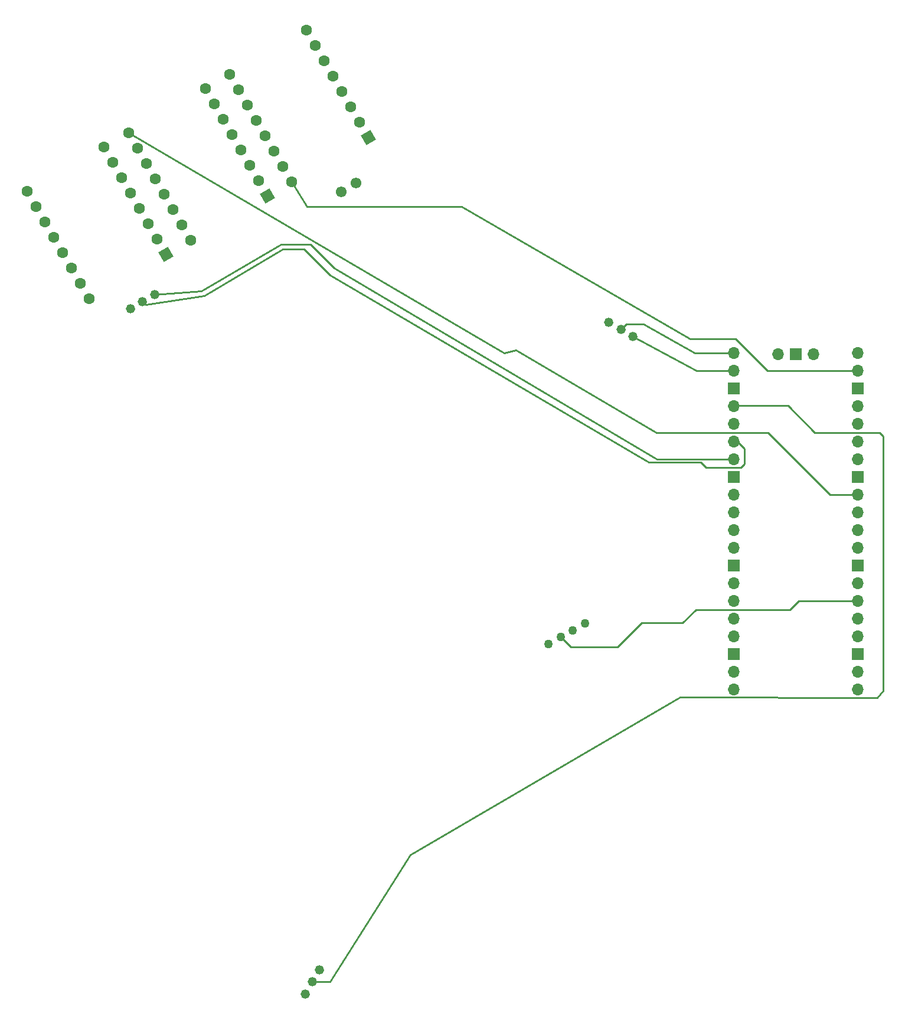
<source format=gbr>
%TF.GenerationSoftware,KiCad,Pcbnew,7.0.11-7.0.11~ubuntu22.04.1*%
%TF.CreationDate,2024-08-15T15:16:49+02:00*%
%TF.ProjectId,MotorDriver-Elec,4d6f746f-7244-4726-9976-65722d456c65,rev?*%
%TF.SameCoordinates,Original*%
%TF.FileFunction,Copper,L2,Bot*%
%TF.FilePolarity,Positive*%
%FSLAX46Y46*%
G04 Gerber Fmt 4.6, Leading zero omitted, Abs format (unit mm)*
G04 Created by KiCad (PCBNEW 7.0.11-7.0.11~ubuntu22.04.1) date 2024-08-15 15:16:49*
%MOMM*%
%LPD*%
G01*
G04 APERTURE LIST*
G04 Aperture macros list*
%AMHorizOval*
0 Thick line with rounded ends*
0 $1 width*
0 $2 $3 position (X,Y) of the first rounded end (center of the circle)*
0 $4 $5 position (X,Y) of the second rounded end (center of the circle)*
0 Add line between two ends*
20,1,$1,$2,$3,$4,$5,0*
0 Add two circle primitives to create the rounded ends*
1,1,$1,$2,$3*
1,1,$1,$4,$5*%
%AMRotRect*
0 Rectangle, with rotation*
0 The origin of the aperture is its center*
0 $1 length*
0 $2 width*
0 $3 Rotation angle, in degrees counterclockwise*
0 Add horizontal line*
21,1,$1,$2,0,0,$3*%
G04 Aperture macros list end*
%TA.AperFunction,ComponentPad*%
%ADD10O,1.700000X1.700000*%
%TD*%
%TA.AperFunction,ComponentPad*%
%ADD11R,1.700000X1.700000*%
%TD*%
%TA.AperFunction,ComponentPad*%
%ADD12C,1.270000*%
%TD*%
%TA.AperFunction,ComponentPad*%
%ADD13C,1.320800*%
%TD*%
%TA.AperFunction,ComponentPad*%
%ADD14HorizOval,1.600000X0.000000X0.000000X0.000000X0.000000X0*%
%TD*%
%TA.AperFunction,ComponentPad*%
%ADD15RotRect,1.600000X1.600000X210.000000*%
%TD*%
%TA.AperFunction,ComponentPad*%
%ADD16C,1.549400*%
%TD*%
%TA.AperFunction,Conductor*%
%ADD17C,0.250000*%
%TD*%
G04 APERTURE END LIST*
D10*
%TO.P,U1,43,SWDIO*%
%TO.N,unconnected-(U1-SWDIO-Pad43)*%
X134560000Y-71835000D03*
D11*
%TO.P,U1,42,GND*%
%TO.N,unconnected-(U1-GND-Pad42)*%
X137100000Y-71835000D03*
D10*
%TO.P,U1,41,SWCLK*%
%TO.N,unconnected-(U1-SWCLK-Pad41)*%
X139640000Y-71835000D03*
%TO.P,U1,40,VBUS*%
%TO.N,unconnected-(U1-VBUS-Pad40)*%
X128210000Y-119865000D03*
%TO.P,U1,39,VSYS*%
%TO.N,unconnected-(U1-VSYS-Pad39)*%
X128210000Y-117325000D03*
D11*
%TO.P,U1,38,GND*%
%TO.N,GND*%
X128210000Y-114785000D03*
D10*
%TO.P,U1,37,3V3_EN*%
%TO.N,unconnected-(U1-3V3_EN-Pad37)*%
X128210000Y-112245000D03*
%TO.P,U1,36,3V3*%
%TO.N,3.3V*%
X128210000Y-109705000D03*
%TO.P,U1,35,ADC_VREF*%
%TO.N,unconnected-(U1-ADC_VREF-Pad35)*%
X128210000Y-107165000D03*
%TO.P,U1,34,GPIO28_ADC2*%
%TO.N,unconnected-(U1-GPIO28_ADC2-Pad34)*%
X128210000Y-104625000D03*
D11*
%TO.P,U1,33,AGND*%
%TO.N,unconnected-(U1-AGND-Pad33)*%
X128210000Y-102085000D03*
D10*
%TO.P,U1,32,GPIO27_ADC1*%
%TO.N,unconnected-(U1-GPIO27_ADC1-Pad32)*%
X128210000Y-99545000D03*
%TO.P,U1,31,GPIO26_ADC0*%
%TO.N,unconnected-(U1-GPIO26_ADC0-Pad31)*%
X128210000Y-97005000D03*
%TO.P,U1,30,RUN*%
%TO.N,unconnected-(U1-RUN-Pad30)*%
X128210000Y-94465000D03*
%TO.P,U1,29,GPIO22*%
%TO.N,unconnected-(U1-GPIO22-Pad29)*%
X128210000Y-91925000D03*
D11*
%TO.P,U1,28,GND*%
%TO.N,unconnected-(U1-GND-Pad28)*%
X128210000Y-89385000D03*
D10*
%TO.P,U1,27,GPIO21*%
%TO.N,Int12*%
X128210000Y-86845000D03*
%TO.P,U1,26,GPIO20*%
%TO.N,Int11*%
X128210000Y-84305000D03*
%TO.P,U1,25,GPIO19*%
%TO.N,Int22*%
X128210000Y-81765000D03*
%TO.P,U1,24,GPIO18*%
%TO.N,Int21*%
X128210000Y-79225000D03*
D11*
%TO.P,U1,23,GND*%
%TO.N,unconnected-(U1-GND-Pad23)*%
X128210000Y-76685000D03*
D10*
%TO.P,U1,22,GPIO17*%
%TO.N,Int32*%
X128210000Y-74145000D03*
%TO.P,U1,21,GPIO16*%
%TO.N,Int31*%
X128210000Y-71605000D03*
%TO.P,U1,20,GPIO15*%
%TO.N,unconnected-(U1-GPIO15-Pad20)*%
X145990000Y-71605000D03*
%TO.P,U1,19,GPIO14*%
%TO.N,DIR3*%
X145990000Y-74145000D03*
D11*
%TO.P,U1,18,GND*%
%TO.N,unconnected-(U1-GND-Pad18)*%
X145990000Y-76685000D03*
D10*
%TO.P,U1,17,GPIO13*%
%TO.N,STEP3*%
X145990000Y-79225000D03*
%TO.P,U1,16,GPIO12*%
%TO.N,En3*%
X145990000Y-81765000D03*
%TO.P,U1,15,GPIO11*%
%TO.N,DIR2*%
X145990000Y-84305000D03*
%TO.P,U1,14,GPIO10*%
%TO.N,STEP2*%
X145990000Y-86845000D03*
D11*
%TO.P,U1,13,GND*%
%TO.N,unconnected-(U1-GND-Pad13)*%
X145990000Y-89385000D03*
D10*
%TO.P,U1,12,GPIO9*%
%TO.N,En2*%
X145990000Y-91925000D03*
%TO.P,U1,11,GPIO8*%
%TO.N,DIR1*%
X145990000Y-94465000D03*
%TO.P,U1,10,GPIO7*%
%TO.N,STEP1*%
X145990000Y-97005000D03*
%TO.P,U1,9,GPIO6*%
%TO.N,En1*%
X145990000Y-99545000D03*
D11*
%TO.P,U1,8,GND*%
%TO.N,unconnected-(U1-GND-Pad8)*%
X145990000Y-102085000D03*
D10*
%TO.P,U1,7,GPIO5*%
%TO.N,SCL*%
X145990000Y-104625000D03*
%TO.P,U1,6,GPIO4*%
%TO.N,SDA*%
X145990000Y-107165000D03*
%TO.P,U1,5,GPIO3*%
%TO.N,unconnected-(U1-GPIO3-Pad5)*%
X145990000Y-109705000D03*
%TO.P,U1,4,GPIO2*%
%TO.N,unconnected-(U1-GPIO2-Pad4)*%
X145990000Y-112245000D03*
D11*
%TO.P,U1,3,GND*%
%TO.N,unconnected-(U1-GND-Pad3)*%
X145990000Y-114785000D03*
D10*
%TO.P,U1,2,GPIO1*%
%TO.N,unconnected-(U1-GPIO1-Pad2)*%
X145990000Y-117325000D03*
%TO.P,U1,1,GPIO0*%
%TO.N,unconnected-(U1-GPIO0-Pad1)*%
X145990000Y-119865000D03*
%TD*%
D12*
%TO.P,PAA5160E1,4,4*%
%TO.N,GND*%
X106852026Y-110396869D03*
%TO.P,PAA5160E1,3,3*%
%TO.N,3.3V*%
X105119977Y-111396868D03*
%TO.P,PAA5160E1,2,2*%
%TO.N,SDA*%
X103387925Y-112396868D03*
%TO.P,PAA5160E1,1,1*%
%TO.N,SCL*%
X101655875Y-113396868D03*
%TD*%
D13*
%TO.P,Limit_switch_3,3,3*%
%TO.N,Int32*%
X113782051Y-69238064D03*
%TO.P,Limit_switch_3,2,2*%
%TO.N,Int31*%
X112050001Y-68238064D03*
%TO.P,Limit_switch_3,1,1*%
%TO.N,GND*%
X110317949Y-67238064D03*
%TD*%
D14*
%TO.P,MKS_MotorDriver_2,16,DIR*%
%TO.N,DIR2*%
X50310000Y-55462932D03*
%TO.P,MKS_MotorDriver_2,15,STEP*%
%TO.N,STEP2*%
X49040000Y-53263227D03*
%TO.P,MKS_MotorDriver_2,14,~{SLEEP}*%
%TO.N,unconnected-(A2-~{SLEEP}-Pad14)*%
X47770000Y-51063523D03*
%TO.P,MKS_MotorDriver_2,13,~{RESET}*%
%TO.N,unconnected-(A2-~{RESET}-Pad13)*%
X46500000Y-48863818D03*
%TO.P,MKS_MotorDriver_2,12,MS3*%
%TO.N,unconnected-(A2-MS3-Pad12)*%
X45230000Y-46664114D03*
%TO.P,MKS_MotorDriver_2,11,MS2*%
%TO.N,unconnected-(A2-MS2-Pad11)*%
X43960000Y-44464409D03*
%TO.P,MKS_MotorDriver_2,10,MS1*%
%TO.N,unconnected-(A2-MS1-Pad10)*%
X42690000Y-42264705D03*
%TO.P,MKS_MotorDriver_2,9,~{ENABLE}*%
%TO.N,En2*%
X41420000Y-40065000D03*
%TO.P,MKS_MotorDriver_2,8,VMOT*%
%TO.N,Vmot*%
X52418523Y-33715000D03*
%TO.P,MKS_MotorDriver_2,7,GND*%
%TO.N,GND*%
X53688523Y-35914705D03*
%TO.P,MKS_MotorDriver_2,6,2B*%
%TO.N,unconnected-(A2-2B-Pad6)*%
X54958523Y-38114409D03*
%TO.P,MKS_MotorDriver_2,5,2A*%
%TO.N,unconnected-(A2-2A-Pad5)*%
X56228523Y-40314114D03*
%TO.P,MKS_MotorDriver_2,4,1A*%
%TO.N,unconnected-(A2-1A-Pad4)*%
X57498523Y-42513818D03*
%TO.P,MKS_MotorDriver_2,3,1B*%
%TO.N,unconnected-(A2-1B-Pad3)*%
X58768523Y-44713523D03*
%TO.P,MKS_MotorDriver_2,2,VDD*%
%TO.N,unconnected-(A2-VDD-Pad2)*%
X60038523Y-46913227D03*
D15*
%TO.P,MKS_MotorDriver_2,1,GND*%
%TO.N,unconnected-(A2-GND-Pad1)*%
X61308523Y-49112932D03*
%TD*%
D14*
%TO.P,MKS_MotorDriver_1,16,DIR*%
%TO.N,DIR1*%
X35766477Y-63857932D03*
%TO.P,MKS_MotorDriver_1,15,STEP*%
%TO.N,STEP1*%
X34496477Y-61658227D03*
%TO.P,MKS_MotorDriver_1,14,~{SLEEP}*%
%TO.N,unconnected-(A1-~{SLEEP}-Pad14)*%
X33226477Y-59458523D03*
%TO.P,MKS_MotorDriver_1,13,~{RESET}*%
%TO.N,unconnected-(A1-~{RESET}-Pad13)*%
X31956477Y-57258818D03*
%TO.P,MKS_MotorDriver_1,12,MS3*%
%TO.N,unconnected-(A1-MS3-Pad12)*%
X30686477Y-55059114D03*
%TO.P,MKS_MotorDriver_1,11,MS2*%
%TO.N,unconnected-(A1-MS2-Pad11)*%
X29416477Y-52859409D03*
%TO.P,MKS_MotorDriver_1,10,MS1*%
%TO.N,unconnected-(A1-MS1-Pad10)*%
X28146477Y-50659705D03*
%TO.P,MKS_MotorDriver_1,9,~{ENABLE}*%
%TO.N,En1*%
X26876477Y-48460000D03*
%TO.P,MKS_MotorDriver_1,8,VMOT*%
%TO.N,Vmot*%
X37875000Y-42110000D03*
%TO.P,MKS_MotorDriver_1,7,GND*%
%TO.N,GND*%
X39145000Y-44309705D03*
%TO.P,MKS_MotorDriver_1,6,2B*%
%TO.N,unconnected-(A1-2B-Pad6)*%
X40415000Y-46509409D03*
%TO.P,MKS_MotorDriver_1,5,2A*%
%TO.N,unconnected-(A1-2A-Pad5)*%
X41685000Y-48709114D03*
%TO.P,MKS_MotorDriver_1,4,1A*%
%TO.N,unconnected-(A1-1A-Pad4)*%
X42955000Y-50908818D03*
%TO.P,MKS_MotorDriver_1,3,1B*%
%TO.N,unconnected-(A1-1B-Pad3)*%
X44225000Y-53108523D03*
%TO.P,MKS_MotorDriver_1,2,VDD*%
%TO.N,unconnected-(A1-VDD-Pad2)*%
X45495000Y-55308227D03*
D15*
%TO.P,MKS_MotorDriver_1,1,GND*%
%TO.N,unconnected-(A1-GND-Pad1)*%
X46765000Y-57507932D03*
%TD*%
D13*
%TO.P,Limit_switch_1,3,3*%
%TO.N,Int12*%
X45162050Y-63285001D03*
%TO.P,Limit_switch_1,2,2*%
%TO.N,Int11*%
X43430000Y-64285000D03*
%TO.P,Limit_switch_1,1,1*%
%TO.N,GND*%
X41697948Y-65285001D03*
%TD*%
D14*
%TO.P,MKS_MotorDriver_3,16,DIR*%
%TO.N,DIR3*%
X64841477Y-47057932D03*
%TO.P,MKS_MotorDriver_3,15,STEP*%
%TO.N,STEP3*%
X63571477Y-44858227D03*
%TO.P,MKS_MotorDriver_3,14,~{SLEEP}*%
%TO.N,unconnected-(A3-~{SLEEP}-Pad14)*%
X62301477Y-42658523D03*
%TO.P,MKS_MotorDriver_3,13,~{RESET}*%
%TO.N,unconnected-(A3-~{RESET}-Pad13)*%
X61031477Y-40458818D03*
%TO.P,MKS_MotorDriver_3,12,MS3*%
%TO.N,unconnected-(A3-MS3-Pad12)*%
X59761477Y-38259114D03*
%TO.P,MKS_MotorDriver_3,11,MS2*%
%TO.N,unconnected-(A3-MS2-Pad11)*%
X58491477Y-36059409D03*
%TO.P,MKS_MotorDriver_3,10,MS1*%
%TO.N,unconnected-(A3-MS1-Pad10)*%
X57221477Y-33859705D03*
%TO.P,MKS_MotorDriver_3,9,~{ENABLE}*%
%TO.N,En3*%
X55951477Y-31660000D03*
%TO.P,MKS_MotorDriver_3,8,VMOT*%
%TO.N,Vmot*%
X66950000Y-25310000D03*
%TO.P,MKS_MotorDriver_3,7,GND*%
%TO.N,GND*%
X68220000Y-27509705D03*
%TO.P,MKS_MotorDriver_3,6,2B*%
%TO.N,unconnected-(A3-2B-Pad6)*%
X69490000Y-29709409D03*
%TO.P,MKS_MotorDriver_3,5,2A*%
%TO.N,unconnected-(A3-2A-Pad5)*%
X70760000Y-31909114D03*
%TO.P,MKS_MotorDriver_3,4,1A*%
%TO.N,unconnected-(A3-1A-Pad4)*%
X72030000Y-34108818D03*
%TO.P,MKS_MotorDriver_3,3,1B*%
%TO.N,unconnected-(A3-1B-Pad3)*%
X73300000Y-36308523D03*
%TO.P,MKS_MotorDriver_3,2,VDD*%
%TO.N,unconnected-(A3-VDD-Pad2)*%
X74570000Y-38508227D03*
D15*
%TO.P,MKS_MotorDriver_3,1,GND*%
%TO.N,unconnected-(A3-GND-Pad1)*%
X75840000Y-40707932D03*
%TD*%
D13*
%TO.P,Limit_switch_2,3,3*%
%TO.N,Int22*%
X66746936Y-163587051D03*
%TO.P,Limit_switch_2,2,2*%
%TO.N,Int21*%
X67746935Y-161855001D03*
%TO.P,Limit_switch_2,1,1*%
%TO.N,GND*%
X68746936Y-160122949D03*
%TD*%
D16*
%TO.P,J4,2,2*%
%TO.N,Vmot*%
X74065064Y-47285000D03*
%TO.P,J4,1,1*%
%TO.N,GND*%
X71900000Y-48535000D03*
%TD*%
D17*
%TO.N,SDA*%
X103387925Y-112396868D02*
X104826057Y-113835000D01*
X104826057Y-113835000D02*
X111560000Y-113835000D01*
X111560000Y-113835000D02*
X115020000Y-110375000D01*
X115020000Y-110375000D02*
X120880000Y-110375000D01*
X136280000Y-108435000D02*
X137550000Y-107165000D01*
X120880000Y-110375000D02*
X122820000Y-108435000D01*
X122820000Y-108435000D02*
X136280000Y-108435000D01*
X137550000Y-107165000D02*
X145990000Y-107165000D01*
%TO.N,DIR3*%
X64841477Y-47057932D02*
X67015711Y-50677911D01*
X122000000Y-69615000D02*
X128500000Y-69610000D01*
X67015711Y-50677911D02*
X89207089Y-50677911D01*
X89207089Y-50677911D02*
X122000000Y-69615000D01*
X128500000Y-69610000D02*
X133035000Y-74145000D01*
X133035000Y-74145000D02*
X145990000Y-74145000D01*
%TO.N,Int11*%
X66590000Y-56765000D02*
X70320000Y-60495000D01*
X129720000Y-85325000D02*
X128700000Y-84305000D01*
X123464150Y-87345000D02*
X124224150Y-88105000D01*
X129200000Y-88105000D02*
X129720000Y-87585000D01*
X116040000Y-87345000D02*
X123464150Y-87345000D01*
X129720000Y-87585000D02*
X129720000Y-85325000D01*
X43430000Y-64285000D02*
X43870000Y-64725000D01*
X124224150Y-88105000D02*
X129200000Y-88105000D01*
X70320000Y-60505000D02*
X116040000Y-87345000D01*
X70320000Y-60495000D02*
X70320000Y-60505000D01*
X128700000Y-84305000D02*
X128210000Y-84305000D01*
X63513144Y-56765000D02*
X66590000Y-56765000D01*
X52275000Y-63410000D02*
X63513144Y-56765000D01*
X43870000Y-64725000D02*
X52275000Y-63410000D01*
%TO.N,En2*%
X133150000Y-83035000D02*
X117125000Y-83035000D01*
X96950000Y-71235000D02*
X95300000Y-71647500D01*
X145990000Y-91925000D02*
X142040000Y-91925000D01*
X95300000Y-71647500D02*
X41420000Y-40065000D01*
X117125000Y-83035000D02*
X96950000Y-71235000D01*
X142040000Y-91925000D02*
X133150000Y-83035000D01*
%TO.N,Int12*%
X117200000Y-86845000D02*
X128210000Y-86845000D01*
X70890000Y-59495000D02*
X117200000Y-86845000D01*
X63300000Y-56085000D02*
X67480000Y-56085000D01*
X45162050Y-63285001D02*
X51825000Y-62735000D01*
X67480000Y-56085000D02*
X70890000Y-59495000D01*
X51825000Y-62735000D02*
X63300000Y-56085000D01*
%TO.N,Int21*%
X70300000Y-161845000D02*
X81790000Y-143625000D01*
X128220000Y-79215000D02*
X128210000Y-79225000D01*
X149610000Y-120035000D02*
X149610000Y-83565000D01*
X67746935Y-161855001D02*
X70289999Y-161855001D01*
X135980000Y-79215000D02*
X128220000Y-79215000D01*
X120480000Y-121035000D02*
X148820000Y-121065000D01*
X81790000Y-143625000D02*
X120480000Y-121035000D01*
X70289999Y-161855001D02*
X70300000Y-161845000D01*
X139820000Y-83055000D02*
X135980000Y-79215000D01*
X149100000Y-83055000D02*
X139820000Y-83055000D01*
X149610000Y-83565000D02*
X149100000Y-83055000D01*
X148820000Y-121065000D02*
X149610000Y-120035000D01*
%TO.N,Int31*%
X112823065Y-67465000D02*
X112050001Y-68238064D01*
X128210000Y-71605000D02*
X122675000Y-71610000D01*
X115270000Y-67465000D02*
X112823065Y-67465000D01*
X122675000Y-71610000D02*
X115270000Y-67465000D01*
%TO.N,Int32*%
X113782051Y-69238064D02*
X122900000Y-74210000D01*
X122900000Y-74210000D02*
X128210000Y-74145000D01*
%TD*%
M02*

</source>
